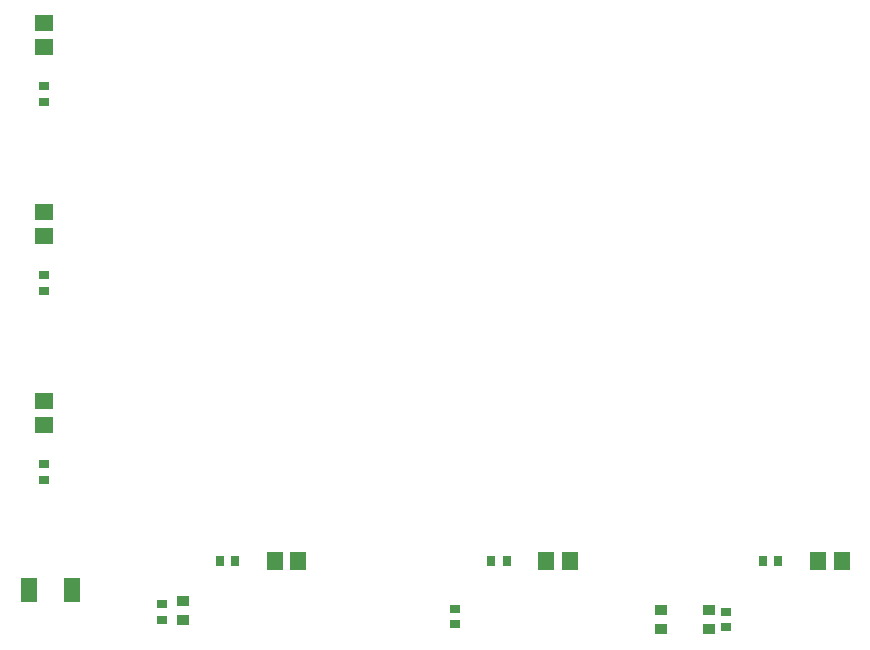
<source format=gtp>
G04*
G04 #@! TF.GenerationSoftware,Altium Limited,Altium Designer,23.3.1 (30)*
G04*
G04 Layer_Color=8421504*
%FSLAX44Y44*%
%MOMM*%
G71*
G04*
G04 #@! TF.SameCoordinates,4661E280-467E-44DE-AC99-BDCEDC59311E*
G04*
G04*
G04 #@! TF.FilePolarity,Positive*
G04*
G01*
G75*
%ADD12R,1.4000X1.5000*%
%ADD13R,0.8000X0.9500*%
%ADD14R,0.9500X0.8000*%
%ADD15R,1.0500X0.9000*%
%ADD16R,1.4000X2.0000*%
%ADD17R,1.5000X1.4000*%
D12*
X812500Y137500D02*
D03*
X792500D02*
D03*
X562500D02*
D03*
X582500D02*
D03*
X352500D02*
D03*
X332500D02*
D03*
D13*
X746000D02*
D03*
X759000D02*
D03*
X529000D02*
D03*
X516000D02*
D03*
X286000D02*
D03*
X299000D02*
D03*
D14*
X715000Y81000D02*
D03*
Y94000D02*
D03*
X485000Y83500D02*
D03*
Y96500D02*
D03*
X237500Y87500D02*
D03*
Y100500D02*
D03*
X137500Y219000D02*
D03*
Y206000D02*
D03*
Y379000D02*
D03*
Y366000D02*
D03*
Y539000D02*
D03*
Y526000D02*
D03*
D15*
X700000Y79500D02*
D03*
Y95500D02*
D03*
X660000D02*
D03*
Y79500D02*
D03*
X255000Y103500D02*
D03*
Y87500D02*
D03*
D16*
X160500Y112500D02*
D03*
X124500D02*
D03*
D17*
X137500Y252500D02*
D03*
Y272500D02*
D03*
Y412500D02*
D03*
Y432500D02*
D03*
Y592500D02*
D03*
Y572500D02*
D03*
M02*

</source>
